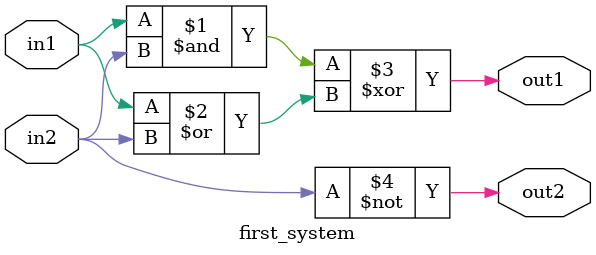
<source format=sv>
module first_system(out1, out2, in1, in2);

    // port definitions
    input in1, in2;
    output out1, out2;

    // dataflow modeling

    assign out1 = (in1 & in2) ^ (in1 | in2);
    assign #(10) out2 = ~in2;

endmodule
</source>
